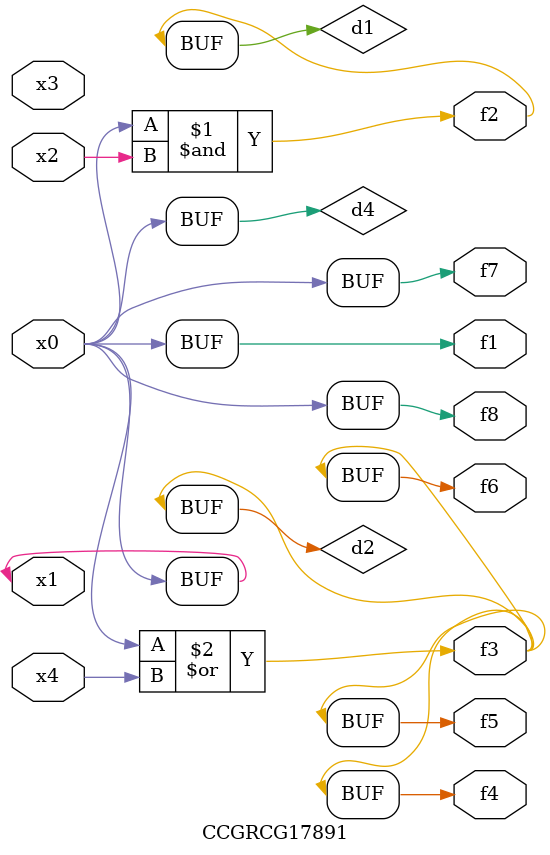
<source format=v>
module CCGRCG17891(
	input x0, x1, x2, x3, x4,
	output f1, f2, f3, f4, f5, f6, f7, f8
);

	wire d1, d2, d3, d4;

	and (d1, x0, x2);
	or (d2, x0, x4);
	nand (d3, x0, x2);
	buf (d4, x0, x1);
	assign f1 = d4;
	assign f2 = d1;
	assign f3 = d2;
	assign f4 = d2;
	assign f5 = d2;
	assign f6 = d2;
	assign f7 = d4;
	assign f8 = d4;
endmodule

</source>
